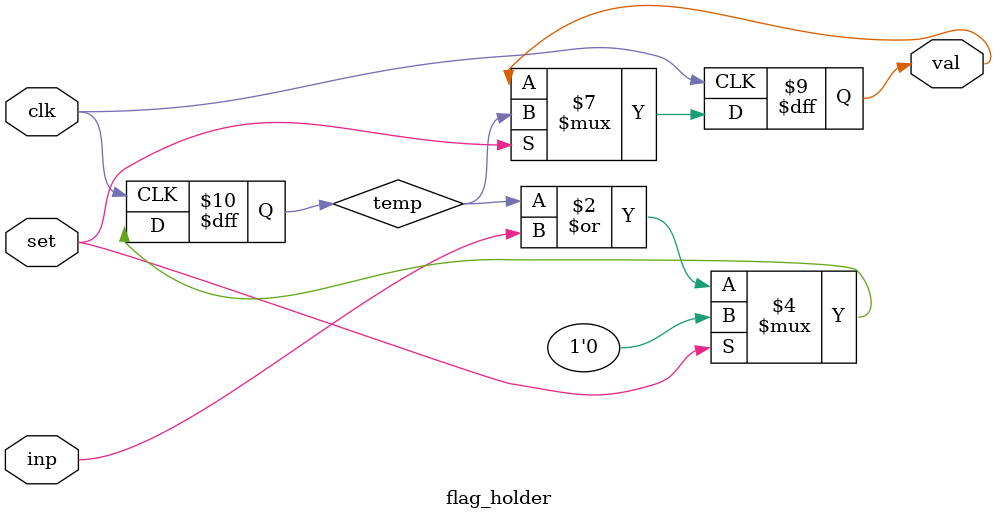
<source format=v>
module flag_holder(
    input clk,
    input set,
    input inp,
    output reg val
);

    reg temp;

    always@(posedge clk)
    begin
        if (set) begin
            val <= temp;
            temp <= 0;
        end else begin
            temp <= temp | inp;
        end
    end

endmodule
</source>
